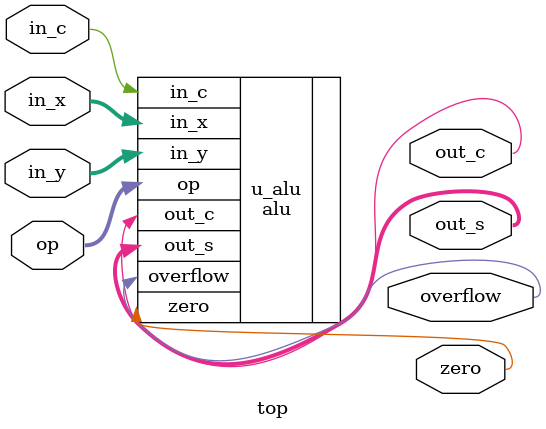
<source format=v>
`timescale 1ps/1ps
module top(
        input [2:0] op,
        input in_c,
        input [3:0] in_x,
        input [3:0] in_y,
        output reg [3:0] out_s,
        output reg out_c,
        output reg zero,
        output reg overflow
    );

    alu u_alu(
            .op(op),
            .in_c(in_c),
            .in_x(in_x),
            .in_y(in_y),
            .out_s(out_s),
            .out_c(out_c),
            .zero(zero),
            .overflow(overflow)
        );

endmodule

</source>
